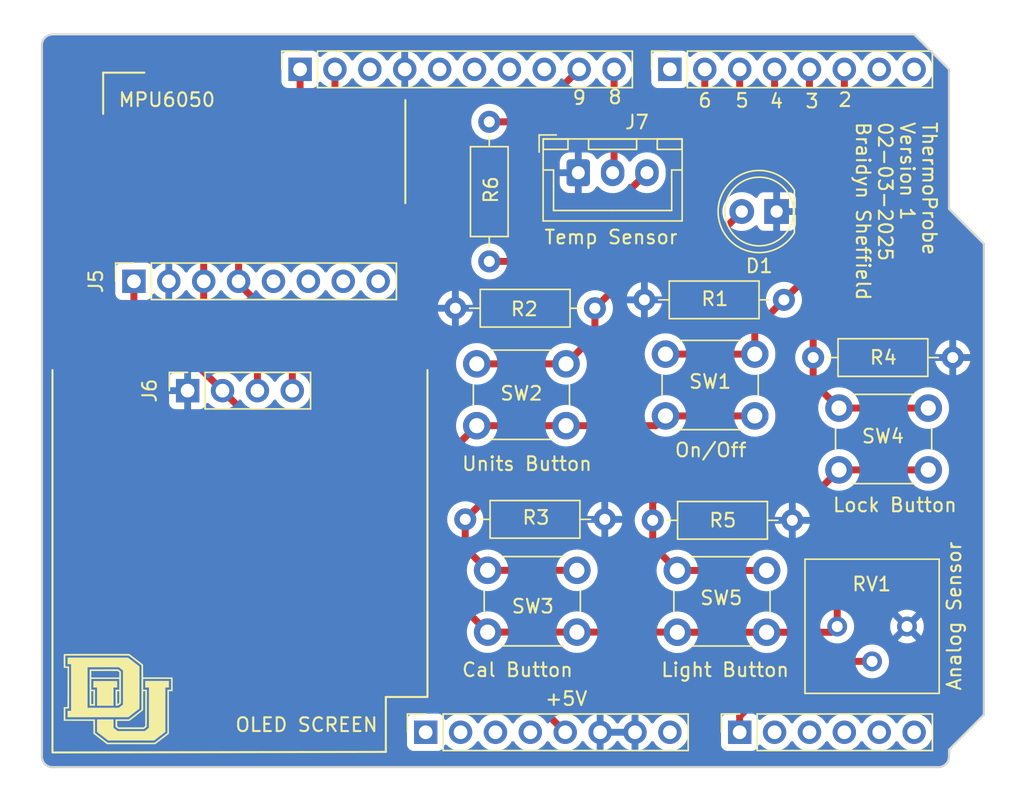
<source format=kicad_pcb>
(kicad_pcb (version 20240108) (generator "pcbnew") (generator_version "8.0")
  (title_block (date "mar. 31 mars 2015"))
  (layers (0 "F.Cu" signal) (31 "B.Cu" power) (34 "B.Paste" user) (35 "F.Paste" user) (36 "B.SilkS" user "B.Silkscreen") (37 "F.SilkS" user "F.Silkscreen") (38 "B.Mask" user) (39 "F.Mask" user) (44 "Edge.Cuts" user))
  (net 0 "")
  (net 1 "GND")
  (net 3 "+5V")
  (net 8 "+3V3")
  (net 9 "VCC")
  (net 10 "/I2C_SCL")
  (net 11 "/I2C_SDA")
  (net 16 "/button_onoff")
  (net 17 "/button_lock")
  (net 18 "/button_light")
  (net 19 "/button_units")
  (net 20 "/button_cal")
  (net 21 "Net-(D1-A)")
  (net 22 "/led_light")
  (net 23 "/temp_sensor")
  (net 24 "/temp_digital")
  (footprint "Connector_PinSocket_2.54mm:PinSocket_1x08_P2.54mm_Vertical" (layer "F.Cu") (at 127.94 97.46 90)
    (property "Reference" "J1" (hide yes))
    (property "Value" "Power")
    (fp_line (start 1.33 -1.33) (end 1.33 0) (stroke (width 0.12)) (layer "F.SilkS"))
    (fp_line (start 0 -1.33) (end 1.33 -1.33) (stroke (width 0.12)) (layer "F.SilkS"))
    (fp_line (start 1.33 1.27) (end 1.33 19.11) (stroke (width 0.12)) (layer "F.SilkS"))
    (fp_line (start -1.33 1.27) (end 1.33 1.27) (stroke (width 0.12)) (layer "F.SilkS"))
    (fp_line (start -1.33 1.27) (end -1.33 19.11) (stroke (width 0.12)) (layer "F.SilkS"))
    (fp_line (start -1.33 19.11) (end 1.33 19.11) (stroke (width 0.12)) (layer "F.SilkS"))
    (pad "1" thru_hole rect (at 0 0 90) (size 1.7 1.7) (drill 1) (layers "*.Cu" "*.Mask"))
    (pad "2" thru_hole oval (at 0 2.54 90) (size 1.7 1.7) (drill 1) (layers "*.Cu" "*.Mask"))
    (pad "3" thru_hole oval (at 0 5.08 90) (size 1.7 1.7) (drill 1) (layers "*.Cu" "*.Mask"))
    (pad "4" thru_hole oval (at 0 7.62 90) (size 1.7 1.7) (drill 1) (layers "*.Cu" "*.Mask") (net 8 "+3V3"))
    (pad "5" thru_hole oval (at 0 10.16 90) (size 1.7 1.7) (drill 1) (layers "*.Cu" "*.Mask") (net 3 "+5V"))
    (pad "6" thru_hole oval (at 0 12.7 90) (size 1.7 1.7) (drill 1) (layers "*.Cu" "*.Mask") (net 1 "GND"))
    (pad "7" thru_hole oval (at 0 15.24 90) (size 1.7 1.7) (drill 1) (layers "*.Cu" "*.Mask") (net 1 "GND"))
    (pad "8" thru_hole oval (at 0 17.78 90) (size 1.7 1.7) (drill 1) (layers "*.Cu" "*.Mask") (net 9 "VCC"))
  )
  (footprint "Connector_PinSocket_2.54mm:PinSocket_1x06_P2.54mm_Vertical" (layer "F.Cu") (at 150.8 97.46 90)
    (property "Reference" "J3" (hide yes))
    (property "Value" "Analog")
    (fp_line (start 1.33 -1.33) (end 1.33 0) (stroke (width 0.12)) (layer "F.SilkS"))
    (fp_line (start 0 -1.33) (end 1.33 -1.33) (stroke (width 0.12)) (layer "F.SilkS"))
    (fp_line (start 1.33 1.27) (end 1.33 14.03) (stroke (width 0.12)) (layer "F.SilkS"))
    (fp_line (start -1.33 1.27) (end 1.33 1.27) (stroke (width 0.12)) (layer "F.SilkS"))
    (fp_line (start -1.33 1.27) (end -1.33 14.03) (stroke (width 0.12)) (layer "F.SilkS"))
    (fp_line (start -1.33 14.03) (end 1.33 14.03) (stroke (width 0.12)) (layer "F.SilkS"))
    (pad "1" thru_hole rect (at 0 0 90) (size 1.7 1.7) (drill 1) (layers "*.Cu" "*.Mask") (net 23 "/temp_sensor"))
    (pad "2" thru_hole oval (at 0 2.54 90) (size 1.7 1.7) (drill 1) (layers "*.Cu" "*.Mask"))
    (pad "3" thru_hole oval (at 0 5.08 90) (size 1.7 1.7) (drill 1) (layers "*.Cu" "*.Mask"))
    (pad "4" thru_hole oval (at 0 7.62 90) (size 1.7 1.7) (drill 1) (layers "*.Cu" "*.Mask"))
    (pad "5" thru_hole oval (at 0 10.16 90) (size 1.7 1.7) (drill 1) (layers "*.Cu" "*.Mask"))
    (pad "6" thru_hole oval (at 0 12.7 90) (size 1.7 1.7) (drill 1) (layers "*.Cu" "*.Mask"))
  )
  (footprint "Connector_PinSocket_2.54mm:PinSocket_1x10_P2.54mm_Vertical" (layer "F.Cu") (at 118.796 49.2 90)
    (property "Reference" "J2" (hide yes))
    (property "Value" "Digital/PWM")
    (fp_line (start 1.33 -1.33) (end 1.33 0) (stroke (width 0.12)) (layer "F.SilkS"))
    (fp_line (start 0 -1.33) (end 1.33 -1.33) (stroke (width 0.12)) (layer "F.SilkS"))
    (fp_line (start 1.33 1.27) (end 1.33 24.19) (stroke (width 0.12)) (layer "F.SilkS"))
    (fp_line (start -1.33 1.27) (end 1.33 1.27) (stroke (width 0.12)) (layer "F.SilkS"))
    (fp_line (start -1.33 1.27) (end -1.33 24.19) (stroke (width 0.12)) (layer "F.SilkS"))
    (fp_line (start -1.33 24.19) (end 1.33 24.19) (stroke (width 0.12)) (layer "F.SilkS"))
    (pad "1" thru_hole rect (at 0 0 90) (size 1.7 1.7) (drill 1) (layers "*.Cu" "*.Mask") (net 10 "/I2C_SCL"))
    (pad "2" thru_hole oval (at 0 2.54 90) (size 1.7 1.7) (drill 1) (layers "*.Cu" "*.Mask") (net 11 "/I2C_SDA"))
    (pad "3" thru_hole oval (at 0 5.08 90) (size 1.7 1.7) (drill 1) (layers "*.Cu" "*.Mask"))
    (pad "4" thru_hole oval (at 0 7.62 90) (size 1.7 1.7) (drill 1) (layers "*.Cu" "*.Mask") (net 1 "GND"))
    (pad "5" thru_hole oval (at 0 10.16 90) (size 1.7 1.7) (drill 1) (layers "*.Cu" "*.Mask"))
    (pad "6" thru_hole oval (at 0 12.7 90) (size 1.7 1.7) (drill 1) (layers "*.Cu" "*.Mask"))
    (pad "7" thru_hole oval (at 0 15.24 90) (size 1.7 1.7) (drill 1) (layers "*.Cu" "*.Mask"))
    (pad "8" thru_hole oval (at 0 17.78 90) (size 1.7 1.7) (drill 1) (layers "*.Cu" "*.Mask"))
    (pad "9" thru_hole oval (at 0 20.32 90) (size 1.7 1.7) (drill 1) (layers "*.Cu" "*.Mask") (net 22 "/led_light"))
    (pad "10" thru_hole oval (at 0 22.86 90) (size 1.7 1.7) (drill 1) (layers "*.Cu" "*.Mask") (net 24 "/temp_digital"))
  )
  (footprint "Connector_PinSocket_2.54mm:PinSocket_1x08_P2.54mm_Vertical" (layer "F.Cu") (at 145.72 49.2 90)
    (property "Reference" "J4" (hide yes))
    (property "Value" "Digital/PWM")
    (fp_line (start 1.33 -1.33) (end 1.33 0) (stroke (width 0.12)) (layer "F.SilkS"))
    (fp_line (start 0 -1.33) (end 1.33 -1.33) (stroke (width 0.12)) (layer "F.SilkS"))
    (fp_line (start 1.33 1.27) (end 1.33 19.11) (stroke (width 0.12)) (layer "F.SilkS"))
    (fp_line (start -1.33 1.27) (end 1.33 1.27) (stroke (width 0.12)) (layer "F.SilkS"))
    (fp_line (start -1.33 1.27) (end -1.33 19.11) (stroke (width 0.12)) (layer "F.SilkS"))
    (fp_line (start -1.33 19.11) (end 1.33 19.11) (stroke (width 0.12)) (layer "F.SilkS"))
    (pad "1" thru_hole rect (at 0 0 90) (size 1.7 1.7) (drill 1) (layers "*.Cu" "*.Mask"))
    (pad "2" thru_hole oval (at 0 2.54 90) (size 1.7 1.7) (drill 1) (layers "*.Cu" "*.Mask") (net 19 "/button_units"))
    (pad "3" thru_hole oval (at 0 5.08 90) (size 1.7 1.7) (drill 1) (layers "*.Cu" "*.Mask") (net 16 "/button_onoff"))
    (pad "4" thru_hole oval (at 0 7.62 90) (size 1.7 1.7) (drill 1) (layers "*.Cu" "*.Mask") (net 20 "/button_cal"))
    (pad "5" thru_hole oval (at 0 10.16 90) (size 1.7 1.7) (drill 1) (layers "*.Cu" "*.Mask") (net 17 "/button_lock"))
    (pad "6" thru_hole oval (at 0 12.7 90) (size 1.7 1.7) (drill 1) (layers "*.Cu" "*.Mask") (net 18 "/button_light"))
    (pad "7" thru_hole oval (at 0 15.24 90) (size 1.7 1.7) (drill 1) (layers "*.Cu" "*.Mask"))
    (pad "8" thru_hole oval (at 0 17.78 90) (size 1.7 1.7) (drill 1) (layers "*.Cu" "*.Mask"))
  )
  (footprint "Button_Switch_THT:SW_PUSH_6mm" (layer "F.Cu") (at 145.4 69.93)
    (property "Reference" "SW1" (at 3.25 2 0) (layer "F.SilkS"))
    (property "Value" "SW_SPST")
    (fp_line (start -0.25 1.5) (end -0.25 3) (stroke (width 0.12)) (layer "F.SilkS"))
    (fp_line (start 1 5.5) (end 5.5 5.5) (stroke (width 0.12)) (layer "F.SilkS"))
    (fp_line (start 5.5 -1) (end 1 -1) (stroke (width 0.12)) (layer "F.SilkS"))
    (fp_line (start 6.75 3) (end 6.75 1.5) (stroke (width 0.12)) (layer "F.SilkS"))
    (pad "1" thru_hole circle (at 0 0 90) (size 2 2) (drill 1.1) (layers "*.Cu" "*.Mask") (net 16 "/button_onoff"))
    (pad "1" thru_hole circle (at 6.5 0 90) (size 2 2) (drill 1.1) (layers "*.Cu" "*.Mask") (net 16 "/button_onoff"))
    (pad "2" thru_hole circle (at 0 4.5 90) (size 2 2) (drill 1.1) (layers "*.Cu" "*.Mask") (net 3 "+5V"))
    (pad "2" thru_hole circle (at 6.5 4.5 90) (size 2 2) (drill 1.1) (layers "*.Cu" "*.Mask") (net 3 "+5V"))
  )
  (footprint "Button_Switch_THT:SW_PUSH_6mm" (layer "F.Cu") (at 146.26 85.68)
    (property "Reference" "SW5" (at 3.2 2 0) (layer "F.SilkS"))
    (property "Value" "SW_SPST")
    (fp_line (start -0.25 1.5) (end -0.25 3) (stroke (width 0.12)) (layer "F.SilkS"))
    (fp_line (start 1 5.5) (end 5.5 5.5) (stroke (width 0.12)) (layer "F.SilkS"))
    (fp_line (start 5.5 -1) (end 1 -1) (stroke (width 0.12)) (layer "F.SilkS"))
    (fp_line (start 6.75 3) (end 6.75 1.5) (stroke (width 0.12)) (layer "F.SilkS"))
    (pad "1" thru_hole circle (at 0 0 90) (size 2 2) (drill 1.1) (layers "*.Cu" "*.Mask") (net 18 "/button_light"))
    (pad "1" thru_hole circle (at 6.5 0 90) (size 2 2) (drill 1.1) (layers "*.Cu" "*.Mask") (net 18 "/button_light"))
    (pad "2" thru_hole circle (at 0 4.5 90) (size 2 2) (drill 1.1) (layers "*.Cu" "*.Mask") (net 3 "+5V"))
    (pad "2" thru_hole circle (at 6.5 4.5 90) (size 2 2) (drill 1.1) (layers "*.Cu" "*.Mask") (net 3 "+5V"))
  )
  (footprint "Resistor_THT:R_Axial_DIN0207_L6.3mm_D2.5mm_P10.16mm_Horizontal" (layer "F.Cu") (at 132.57 53.02 -90)
    (property "Reference" "R6" (at 4.95 -0.12 90) (layer "F.SilkS"))
    (property "Value" "1k")
    (fp_line (start 1.81 1.37) (end 8.35 1.37) (stroke (width 0.12)) (layer "F.SilkS"))
    (fp_line (start 8.35 1.37) (end 8.35 -1.37) (stroke (width 0.12)) (layer "F.SilkS"))
    (fp_line (start 1.04 0) (end 1.81 0) (stroke (width 0.12)) (layer "F.SilkS"))
    (fp_line (start 9.12 0) (end 8.35 0) (stroke (width 0.12)) (layer "F.SilkS"))
    (fp_line (start 1.81 -1.37) (end 1.81 1.37) (stroke (width 0.12)) (layer "F.SilkS"))
    (fp_line (start 8.35 -1.37) (end 1.81 -1.37) (stroke (width 0.12)) (layer "F.SilkS"))
    (pad "1" thru_hole circle (at 0 0 270) (size 1.6 1.6) (drill 0.8) (layers "*.Cu" "*.Mask") (net 22 "/led_light"))
    (pad "2" thru_hole oval (at 10.16 0 270) (size 1.6 1.6) (drill 0.8) (layers "*.Cu" "*.Mask") (net 21 "Net-(D1-A)"))
  )
  (footprint "Potentiometer_THT:Potentiometer_Bourns_3386P_Vertical" (layer "F.Cu") (at 157.9 89.76 -90)
    (property "Reference" "RV1" (at -3.085 -2.51 180) (layer "F.SilkS"))
    (property "Value" "10k")
    (fp_line (start -4.9 2.345) (end 4.87 2.345) (stroke (width 0.12)) (layer "F.SilkS"))
    (fp_line (start -4.9 -7.425) (end -4.9 2.345) (stroke (width 0.12)) (layer "F.SilkS"))
    (fp_line (start -4.9 -7.425) (end 4.87 -7.425) (stroke (width 0.12)) (layer "F.SilkS"))
    (fp_line (start 4.87 -7.425) (end 4.87 2.345) (stroke (width 0.12)) (layer "F.SilkS"))
    (pad "1" thru_hole circle (at 0 0 270) (size 1.44 1.44) (drill 0.8) (layers "*.Cu" "*.Mask") (net 3 "+5V"))
    (pad "2" thru_hole circle (at 2.54 -2.54 270) (size 1.44 1.44) (drill 0.8) (layers "*.Cu" "*.Mask") (net 23 "/temp_sensor"))
    (pad "3" thru_hole circle (at 0 -5.08 270) (size 1.44 1.44) (drill 0.8) (layers "*.Cu" "*.Mask") (net 1 "GND"))
  )
  (footprint "Connector_PinSocket_2.54mm:PinSocket_1x04_P2.54mm_Vertical" (layer "F.Cu") (at 110.61 72.59 90)
    (property "Reference" "J6" (at 0 -2.77 90) (layer "F.SilkS"))
    (property "Value" "CONN_DISPLAY")
    (fp_line (start 1.33 -1.33) (end 1.33 0) (stroke (width 0.12)) (layer "F.SilkS"))
    (fp_line (start 0 -1.33) (end 1.33 -1.33) (stroke (width 0.12)) (layer "F.SilkS"))
    (fp_line (start 1.33 1.27) (end 1.33 8.95) (stroke (width 0.12)) (layer "F.SilkS"))
    (fp_line (start -1.33 1.27) (end 1.33 1.27) (stroke (width 0.12)) (layer "F.SilkS"))
    (fp_line (start -1.33 1.27) (end -1.33 8.95) (stroke (width 0.12)) (layer "F.SilkS"))
    (fp_line (start -1.33 8.95) (end 1.33 8.95) (stroke (width 0.12)) (layer "F.SilkS"))
    (pad "1" thru_hole rect (at 0 0 90) (size 1.7 1.7) (drill 1) (layers "*.Cu" "*.Mask") (net 1 "GND"))
    (pad "2" thru_hole oval (at 0 2.54 90) (size 1.7 1.7) (drill 1) (layers "*.Cu" "*.Mask") (net 3 "+5V"))
    (pad "3" thru_hole oval (at 0 5.08 90) (size 1.7 1.7) (drill 1) (layers "*.Cu" "*.Mask") (net 10 "/I2C_SCL"))
    (pad "4" thru_hole oval (at 0 7.62 90) (size 1.7 1.7) (drill 1) (layers "*.Cu" "*.Mask") (net 11 "/I2C_SDA"))
  )
  (footprint "Button_Switch_THT:SW_PUSH_6mm" (layer "F.Cu") (at 131.66 70.64)
    (property "Reference" "SW2" (at 3.25 2.15 0) (layer "F.SilkS"))
    (property "Value" "SW_SPST")
    (fp_line (start -0.25 1.5) (end -0.25 3) (stroke (width 0.12)) (layer "F.SilkS"))
    (fp_line (start 1 5.5) (end 5.5 5.5) (stroke (width 0.12)) (layer "F.SilkS"))
    (fp_line (start 5.5 -1) (end 1 -1) (stroke (width 0.12)) (layer "F.SilkS"))
    (fp_line (start 6.75 3) (end 6.75 1.5) (stroke (width 0.12)) (layer "F.SilkS"))
    (pad "1" thru_hole circle (at 0 0 90) (size 2 2) (drill 1.1) (layers "*.Cu" "*.Mask") (net 19 "/button_units"))
    (pad "1" thru_hole circle (at 6.5 0 90) (size 2 2) (drill 1.1) (layers "*.Cu" "*.Mask") (net 19 "/button_units"))
    (pad "2" thru_hole circle (at 0 4.5 90) (size 2 2) (drill 1.1) (layers "*.Cu" "*.Mask") (net 3 "+5V"))
    (pad "2" thru_hole circle (at 6.5 4.5 90) (size 2 2) (drill 1.1) (layers "*.Cu" "*.Mask") (net 3 "+5V"))
  )
  (footprint "Connector_PinSocket_2.54mm:PinSocket_1x08_P2.54mm_Vertical" (layer "F.Cu") (at 106.7 64.63 90)
    (property "Reference" "J5" (at 0 -2.77 90) (layer "F.SilkS"))
    (property "Value" "CONN_GYRO")
    (fp_line (start 1.33 -1.33) (end 1.33 0) (stroke (width 0.12)) (layer "F.SilkS"))
    (fp_line (start 0 -1.33) (end 1.33 -1.33) (stroke (width 0.12)) (layer "F.SilkS"))
    (fp_line (start 1.33 1.27) (end 1.33 19.11) (stroke (width 0.12)) (layer "F.SilkS"))
    (fp_line (start -1.33 1.27) (end 1.33 1.27) (stroke (width 0.12)) (layer "F.SilkS"))
    (fp_line (start -1.33 1.27) (end -1.33 19.11) (stroke (width 0.12)) (layer "F.SilkS"))
    (fp_line (start -1.33 19.11) (end 1.33 19.11) (stroke (width 0.12)) (layer "F.SilkS"))
    (pad "1" thru_hole rect (at 0 0 90) (size 1.7 1.7) (drill 1) (layers "*.Cu" "*.Mask") (net 3 "+5V"))
    (pad "2" thru_hole oval (at 0 2.54 90) (size 1.7 1.7) (drill 1) (layers "*.Cu" "*.Mask") (net 1 "GND"))
    (pad "3" thru_hole oval (at 0 5.08 90) (size 1.7 1.7) (drill 1) (layers "*.Cu" "*.Mask") (net 10 "/I2C_SCL"))
    (pad "4" thru_hole oval (at 0 7.62 90) (size 1.7 1.7) (drill 1) (layers "*.Cu" "*.Mask") (net 11 "/I2C_SDA"))
    (pad "5" thru_hole oval (at 0 10.16 90) (size 1.7 1.7) (drill 1) (layers "*.Cu" "*.Mask"))
    (pad "6" thru_hole oval (at 0 12.7 90) (size 1.7 1.7) (drill 1) (layers "*.Cu" "*.Mask"))
    (pad "7" thru_hole oval (at 0 15.24 90) (size 1.7 1.7) (drill 1) (layers "*.Cu" "*.Mask"))
    (pad "8" thru_hole oval (at 0 17.78 90) (size 1.7 1.7) (drill 1) (layers "*.Cu" "*.Mask"))
  )
  (footprint "Button_Switch_THT:SW_PUSH_6mm" (layer "F.Cu") (at 132.45 85.67)
    (property "Reference" "SW3" (at 3.29 2.62 0) (layer "F.SilkS"))
    (property "Value" "SW_SPST")
    (fp_line (start -0.25 1.5) (end -0.25 3) (stroke (width 0.12)) (layer "F.SilkS"))
    (fp_line (start 1 5.5) (end 5.5 5.5) (stroke (width 0.12)) (layer "F.SilkS"))
    (fp_line (start 5.5 -1) (end 1 -1) (stroke (width 0.12)) (layer "F.SilkS"))
    (fp_line (start 6.75 3) (end 6.75 1.5) (stroke (width 0.12)) (layer "F.SilkS"))
    (pad "1" thru_hole circle (at 0 0 90) (size 2 2) (drill 1.1) (layers "*.Cu" "*.Mask") (net 20 "/button_cal"))
    (pad "1" thru_hole circle (at 6.5 0 90) (size 2 2) (drill 1.1) (layers "*.Cu" "*.Mask") (net 20 "/button_cal"))
    (pad "2" thru_hole circle (at 0 4.5 90) (size 2 2) (drill 1.1) (layers "*.Cu" "*.Mask") (net 3 "+5V"))
    (pad "2" thru_hole circle (at 6.5 4.5 90) (size 2 2) (drill 1.1) (layers "*.Cu" "*.Mask") (net 3 "+5V"))
  )
  (footprint "Connector_JST:JST_XH_B3B-XH-A_1x03_P2.50mm_Vertical" (layer "F.Cu") (at 139.05 56.725)
    (property "Reference" "J7" (at 4.27 -3.68 0) (layer "F.SilkS"))
    (property "Value" "CONN_TEMP")
    (fp_line (start -2.85 -2.75) (end -2.85 -1.5) (stroke (width 0.12)) (layer "F.SilkS"))
    (fp_line (start -2.56 -2.46) (end -2.56 3.51) (stroke (width 0.12)) (layer "F.SilkS"))
    (fp_line (start -2.56 3.51) (end 7.56 3.51) (stroke (width 0.12)) (layer "F.SilkS"))
    (fp_line (start -2.55 -2.45) (end -2.55 -1.7) (stroke (width 0.12)) (layer "F.SilkS"))
    (fp_line (start -2.55 -1.7) (end -0.75 -1.7) (stroke (width 0.12)) (layer "F.SilkS"))
    (fp_line (start -2.55 -0.2) (end -1.8 -0.2) (stroke (width 0.12)) (layer "F.SilkS"))
    (fp_line (start -1.8 -0.2) (end -1.8 2.75) (stroke (width 0.12)) (layer "F.SilkS"))
    (fp_line (start -1.8 2.75) (end 2.5 2.75) (stroke (width 0.12)) (layer "F.SilkS"))
    (fp_line (start -1.6 -2.75) (end -2.85 -2.75) (stroke (width 0.12)) (layer "F.SilkS"))
    (fp_line (start -0.75 -2.45) (end -2.55 -2.45) (stroke (width 0.12)) (layer "F.SilkS"))
    (fp_line (start -0.75 -1.7) (end -0.75 -2.45) (stroke (width 0.12)) (layer "F.SilkS"))
    (fp_line (start 0.75 -2.45) (end 0.75 -1.7) (stroke (width 0.12)) (layer "F.SilkS"))
    (fp_line (start 0.75 -1.7) (end 4.25 -1.7) (stroke (width 0.12)) (layer "F.SilkS"))
    (fp_line (start 4.25 -2.45) (end 0.75 -2.45) (stroke (width 0.12)) (layer "F.SilkS"))
    (fp_line (start 4.25 -1.7) (end 4.25 -2.45) (stroke (width 0.12)) (layer "F.SilkS"))
    (fp_line (start 5.75 -2.45) (end 5.75 -1.7) (stroke (width 0.12)) (layer "F.SilkS"))
    (fp_line (start 5.75 -1.7) (end 7.55 -1.7) (stroke (width 0.12)) (layer "F.SilkS"))
    (fp_line (start 6.8 -0.2) (end 6.8 2.75) (stroke (width 0.12)) (layer "F.SilkS"))
    (fp_line (start 6.8 2.75) (end 2.5 2.75) (stroke (width 0.12)) (layer "F.SilkS"))
    (fp_line (start 7.55 -2.45) (end 5.75 -2.45) (stroke (width 0.12)) (layer "F.SilkS"))
    (fp_line (start 7.55 -1.7) (end 7.55 -2.45) (stroke (width 0.12)) (layer "F.SilkS"))
    (fp_line (start 7.55 -0.2) (end 6.8 -0.2) (stroke (width 0.12)) (layer "F.SilkS"))
    (fp_line (start 7.56 -2.46) (end -2.56 -2.46) (stroke (width 0.12)) (layer "F.SilkS"))
    (fp_line (start 7.56 3.51) (end 7.56 -2.46) (stroke (width 0.12)) (layer "F.SilkS"))
    (pad "1" thru_hole roundrect (at 0 0) (size 1.7 1.95) (drill 0.95) (layers "*.Cu" "*.Mask") (roundrect_rratio 0.147059) (net 1 "GND"))
    (pad "2" thru_hole oval (at 2.5 0) (size 1.7 1.95) (drill 0.95) (layers "*.Cu" "*.Mask") (net 24 "/temp_digital"))
    (pad "3" thru_hole oval (at 5 0) (size 1.7 1.95) (drill 0.95) (layers "*.Cu" "*.Mask") (net 3 "+5V"))
  )
  (footprint "LOGO" (layer "F.Cu") (at 105.55 95.05)
    (property "Reference" "G***" (hide yes))
    (property "Value" "LOGO" (hide yes))
    (fp_poly (pts (xy -0.067594 -1.084342) (xy -0.063165 -0.848267) (xy -0.199635 -0.848267) (xy -0.336106 -0.848267) (xy -0.336106 -0.184058) (xy -0.336106 0.480151) (xy -0.936295 0.480151) (xy -1.536484 0.480151) (xy -1.536484 -0.184058) (xy -1.536484 -0.848267) (xy -1.672955 -0.848267) (xy -1.809426 -0.848267) (xy -1.804996 -1.084342) (xy -1.800567 -1.320416) (xy -0.936295 -1.320416) (xy -0.072023 -1.320416)) (fill solid) (layer "F.SilkS"))
    (fp_poly (pts (xy 3.697164 -1.088343) (xy 3.697164 -0.848267) (xy 3.569124 -0.848267) (xy 3.441084 -0.848267) (xy 3.441084 0.76624) (xy 3.441084 2.380748) (xy 3.03212 2.694848) (xy 2.623156 3.008947) (xy 0.947463 3.008071) (xy -0.72823 3.007194) (xy -1.132357 2.695343) (xy -1.536484 2.383491) (xy -1.536484 1.927977) (xy -1.536484 1.472464) (xy -0.936295 1.472464) (xy -0.336106 1.472464) (xy -0.335968 1.780561) (xy -0.33583 2.088658) (xy -0.184225 2.204694) (xy -0.032619 2.320731) (xy 0.949444 2.320731) (xy 1.931507 2.320731) (xy 2.085276 2.204694) (xy 2.239044 2.088658) (xy 2.239875 0.620195) (xy 2.240705 -0.848267) (xy 2.104663 -0.848267) (xy 1.96862 -0.848267) (xy 1.96862 -1.088343) (xy 1.96862 -1.328419) (xy 2.832892 -1.328419) (xy 3.697164 -1.328419)) (fill solid) (layer "F.SilkS"))
    (fp_poly (pts (xy 0.93062 -2.86222) (xy 1.024078 -2.790871) (xy 1.129595 -2.710005) (xy 1.235508 -2.628577) (xy 1.330154 -2.555543) (xy 1.348424 -2.541399) (xy 1.552489 -2.38331) (xy 1.552489 -0.848159) (xy 1.552489 0.686991) (xy 1.14536 0.999702) (xy 0.738232 1.312413) (xy -1.471464 1.312413) (xy -3.68116 1.312413) (xy -3.68116 1.08034) (xy -3.68116 0.848267) (xy -3.553119 0.848267) (xy -3.425079 0.848267) (xy -3.425079 -0.848267) (xy -2.224701 -0.848267) (xy -2.224701 0.624196) (xy -1.088039 0.624196) (xy 0.048624 0.624196) (xy 0.200229 0.50816) (xy 0.351834 0.392123) (xy 0.351942 -0.848267) (xy 0.352049 -2.088658) (xy 0.201018 -2.204695) (xy 0.049987 -2.320731) (xy -1.087357 -2.320731) (xy -2.224701 -2.320731) (xy -2.224701 -0.848267) (xy -3.425079 -0.848267) (xy -3.425079 -2.544802) (xy -3.553119 -2.544802) (xy -3.68116 -2.544802) (xy -3.68116 -2.784877) (xy -3.68116 -3.024953) (xy -1.48214 -3.024953) (xy 0.716879 -3.024953)) (fill solid) (layer "F.SilkS"))
    (fp_poly (pts (xy 0.097914 -2.095264) (xy 0.208065 -2.013605) (xy 0.208065 -0.84989) (xy 0.208065 0.313825) (xy 0.097507 0.397876) (xy 0.042638 0.438621) (xy 0.003685 0.463154) (xy -0.028499 0.475167) (xy -0.063065 0.478356) (xy -0.098554 0.477037) (xy -0.184058 0.472148) (xy -0.187275 0.027808) (xy -0.064068 0.027808) (xy -0.063763 0.136778) (xy -0.062434 0.219437) (xy -0.05941 0.278633) (xy -0.054017 0.317213) (xy -0.045586 0.338027) (xy -0.033444 0.343923) (xy -0.016919 0.337749) (xy 0.00466 0.322354) (xy 0.031965 0.300585) (xy 0.032733 0.299979) (xy 0.078254 0.264083) (xy 0.079139 -0.156049) (xy 0.080025 -0.576182) (xy 0.008002 -0.576182) (xy -0.06402 -0.576182) (xy -0.06402 -0.110323) (xy -0.064068 0.027808) (xy -0.187275 0.027808) (xy -0.188259 -0.108034) (xy -0.19246 -0.688217) (xy -0.056218 -0.688217) (xy 0.080025 -0.688217) (xy 0.080025 -1.080341) (xy 0.080025 -1.472464) (xy -0.936295 -1.472464) (xy -1.952615 -1.472464) (xy -1.952615 -1.080341) (xy -1.952615 -0.688217) (xy -1.816572 -0.688217) (xy -1.68053 -0.688217) (xy -1.68053 -0.104033) (xy -1.68053 0.480151) (xy -1.873092 0.480151) (xy -1.962912 0.479044) (xy -2.024058 0.475505) (xy -2.059799 0.469208) (xy -2.073289 0.460145) (xy -2.074418 0.441391) (xy -2.075398 0.39305) (xy -2.076222 0.317544) (xy -2.076883 0.217295) (xy -2.077375 0.094725) (xy -2.077691 -0.047743) (xy -2.077745 -0.112036) (xy -1.952615 -0.112036) (xy -1.952615 0.352111) (xy -1.880593 0.352111) (xy -1.80857 0.352111) (xy -1.80857 -0.112036) (xy -1.80857 -0.576182) (xy -1.880593 -0.576182) (xy -1.952615 -0.576182) (xy -1.952615 -0.112036) (xy -2.077745 -0.112036) (xy -2.077825 -0.207688) (xy -2.077771 -0.382686) (xy -2.077521 -0.570315) (xy -2.077071 -0.768154) (xy -2.076787 -0.864272) (xy -2.073769 -1.816572) (xy -1.952615 -1.816572) (xy -1.952615 -1.584499) (xy -0.936295 -1.584499) (xy 0.080025 -1.584499) (xy 0.080025 -1.774383) (xy 0.080025 -1.964267) (xy 0.019146 -2.006456) (xy -0.041733 -2.048646) (xy -0.997174 -2.048646) (xy -1.952615 -2.048646) (xy -1.952615 -1.816572) (xy -2.073769 -1.816572) (xy -2.072653 -2.168683) (xy -1.042445 -2.172803) (xy -0.012237 -2.176922)) (fill solid) (layer "F.SilkS"))
    (fp_poly (pts (xy -1.562533 -3.296573) (xy 0.808254 -3.296108) (xy 1.312413 -2.908173) (xy 1.816572 -2.520237) (xy 1.819858 -2.056369) (xy 1.823143 -1.592502) (xy 2.896197 -1.588388) (xy 3.96925 -1.584274) (xy 3.96925 -1.080228) (xy 3.96925 -0.576182) (xy 3.833207 -0.576182) (xy 3.697164 -0.576182) (xy 3.697164 0.973456) (xy 3.697164 2.523095) (xy 3.202048 2.902064) (xy 2.706931 3.281033) (xy 0.949338 3.280946) (xy -0.808255 3.280859) (xy -1.304411 2.899889) (xy -1.800567 2.518919) (xy -1.80481 2.051821) (xy -1.809053 1.584724) (xy -2.88515 1.58061) (xy -3.961248 1.576496) (xy -3.961248 1.08034) (xy -3.961248 0.584184) (xy -3.825205 0.576181) (xy -3.689162 0.568179) (xy -3.685075 -0.851644) (xy -3.680987 -2.271467) (xy -3.821117 -2.276093) (xy -3.961248 -2.280719) (xy -3.965487 -2.766946) (xy -3.965545 -2.776875) (xy -3.84121 -2.776875) (xy -3.84121 -2.384751) (xy -3.705167 -2.384751) (xy -3.569124 -2.384751) (xy -3.569124 -0.848267) (xy -3.569124 0.688217) (xy -3.705167 0.688217) (xy -3.84121 0.688217) (xy -3.84121 1.08034) (xy -3.84121 1.472464) (xy -2.76087 1.472464) (xy -1.68053 1.472464) (xy -1.68053 1.966976) (xy -1.68053 2.461488) (xy -1.220385 2.815029) (xy -0.76024 3.168569) (xy 0.949302 3.168784) (xy 2.658844 3.168998) (xy 3.121986 2.814197) (xy 3.585129 2.459396) (xy 3.585129 0.88559) (xy 3.585129 -0.688217) (xy 3.721172 -0.688217) (xy 3.857215 -0.688217) (xy 3.857215 -1.080341) (xy 3.857215 -1.472464) (xy 2.840895 -1.472464) (xy 1.824574 -1.472464) (xy 1.824574 -1.080341) (xy 1.824574 -0.688217) (xy 1.960617 -0.688217) (xy 2.09666 -0.688217) (xy 2.096415 0.652205) (xy 2.09624 0.856733) (xy 2.095806 1.052148) (xy 2.095134 1.23607) (xy 2.094245 1.406119) (xy 2.09316 1.559913) (xy 2.091899 1.695071) (xy 2.090485 1.809215) (xy 2.088938 1.899961) (xy 2.087279 1.964932) (xy 2.085529 2.001744) (xy 2.084411 2.009379) (xy 2.066671 2.026621) (xy 2.030467 2.056957) (xy 1.983019 2.094379) (xy 1.973837 2.101408) (xy 1.875021 2.176685) (xy 0.95087 2.176685) (xy 0.02672 2.176685) (xy -0.08267 2.093522) (xy -0.192061 2.01036) (xy -0.192061 1.741412) (xy -0.192061 1.584499) (xy -0.06402 1.584499) (xy -0.063437 1.772558) (xy -0.062854 1.960617) (xy -0.004842 2.004631) (xy 0.053169 2.048645) (xy 0.95123 2.048645) (xy 1.849291 2.048645) (xy 1.908955 1.999465) (xy 1.96862 1.950284) (xy 1.96862 0.687051) (xy 1.96862 -0.576182) (xy 1.896597 -0.576182) (xy 1.824574 -0.576182) (xy 1.824574 0.109245) (xy 1.824574 0.794672) (xy 1.788563 0.827954) (xy 1.767923 0.845232) (xy 1.72509 0.879703) (xy 1.663153 0.928928) (xy 1.585201 0.990469) (xy 1.494323 1.061886) (xy 1.39361 1.140739) (xy 1.288406 1.222834) (xy 0.824259 1.584432) (xy 0.380119 1.584465) (xy -0.06402 1.584499) (xy -0.192061 1.584499) (xy -0.192061 1.472464) (xy 0.292092 1.472249) (xy 0.776244 1.472035) (xy 1.236389 1.118495) (xy 1.696534 0.764954) (xy 1.696534 -0.84903) (xy 1.696534 -2.463013) (xy 1.23648 -2.816006) (xy 0.776425 -3.168998) (xy -1.532392 -3.168998) (xy -3.84121 -3.168998) (xy -3.84121 -2.776875) (xy -3.965545 -2.776875) (xy -3.966391 -2.921177) (xy -3.966109 -3.045184) (xy -3.964591 -3.140729) (xy -3.961789 -3.209579) (xy -3.957656 -3.253498) (xy -3.952141 -3.274251) (xy -3.951523 -3.275106) (xy -3.944953 -3.278143) (xy -3.929577 -3.280894) (xy -3.903977 -3.283372) (xy -3.866732 -3.285591) (xy -3.816421 -3.287562) (xy -3.751623 -3.289299) (xy -3.670919 -3.290815) (xy -3.572887 -3.292122) (xy -3.456108 -3.293232) (xy -3.31916 -3.29416) (xy -3.160624 -3.294917) (xy -2.979078 -3.295516) (xy -2.773102 -3.29597) (xy -2.541277 -3.296292) (xy -2.282181 -3.296494) (xy -1.994393 -3.29659) (xy -1.676494 -3.296592)) (fill solid) (layer "F.SilkS"))
  )
  (footprint "LED_THT:LED_D5.0mm" (layer "F.Cu") (at 153.49 59.55 180)
    (property "Reference" "D1" (at 1.27 -3.96 0) (layer "F.SilkS"))
    (property "Value" "LED")
    (fp_line (start -1.29 -1.545) (end -1.29 1.545) (stroke (width 0.12)) (layer "F.SilkS"))
    (fp_arc (start 4.26 0.000048) (mid 2.071756 2.880501) (end -1.29 1.54483) (stroke (width 0.12)) (layer "F.SilkS"))
    (fp_arc (start -1.29 -1.54483) (mid 2.071756 -2.880501) (end 4.26 -0.000048) (stroke (width 0.12)) (layer "F.SilkS"))
    (fp_circle (center 1.27 0) (end 3.77 0) (stroke (width 0.12)) (fill none) (layer "F.SilkS"))
    (pad "1" thru_hole rect (at 0 0 180) (size 1.8 1.8) (drill 0.9) (layers "*.Cu" "*.Mask") (net 1 "GND"))
    (pad "2" thru_hole circle (at 2.54 0 180) (size 1.8 1.8) (drill 0.9) (layers "*.Cu" "*.Mask") (net 21 "Net-(D1-A)"))
  )
  (footprint "Resistor_THT:R_Axial_DIN0207_L6.3mm_D2.5mm_P10.16mm_Horizontal" (layer "F.Cu") (at 130.82 81.96)
    (property "Reference" "R3" (at 5.15 -0.13 0) (layer "F.SilkS"))
    (property "Value" "100k")
    (fp_line (start 1.04 0) (end 1.81 0) (stroke (width 0.12)) (layer "F.SilkS"))
    (fp_line (start 1.81 -1.37) (end 1.81 1.37) (stroke (width 0.12)) (layer "F.SilkS"))
    (fp_line (start 1.81 1.37) (end 8.35 1.37) (stroke (width 0.12)) (layer "F.SilkS"))
    (fp_line (start 8.35 -1.37) (end 1.81 -1.37) (stroke (width 0.12)) (layer "F.SilkS"))
    (fp_line (start 8.35 1.37) (end 8.35 -1.37) (stroke (width 0.12)) (layer "F.SilkS"))
    (fp_line (start 9.12 0) (end 8.35 0) (stroke (width 0.12)) (layer "F.SilkS"))
    (pad "1" thru_hole circle (at 0 0) (size 1.6 1.6) (drill 0.8) (layers "*.Cu" "*.Mask") (net 20 "/button_cal"))
    (pad "2" thru_hole oval (at 10.16 0) (size 1.6 1.6) (drill 0.8) (layers "*.Cu" "*.Mask") (net 1 "GND"))
  )
  (footprint "Resistor_THT:R_Axial_DIN0207_L6.3mm_D2.5mm_P10.16mm_Horizontal" (layer "F.Cu") (at 140.26 66.59 180)
    (property "Reference" "R2" (at 5.14 -0.06 180) (layer "F.SilkS"))
    (property "Value" "100k")
    (fp_line (start 9.12 0) (end 8.35 0) (stroke (width 0.12)) (layer "F.SilkS"))
    (fp_line (start 8.35 1.37) (end 8.35 -1.37) (stroke (width 0.12)) (layer "F.SilkS"))
    (fp_line (start 8.35 -1.37) (end 1.81 -1.37) (stroke (width 0.12)) (layer "F.SilkS"))
    (fp_line (start 1.81 1.37) (end 8.35 1.37) (stroke (width 0.12)) (layer "F.SilkS"))
    (fp_line (start 1.81 -1.37) (end 1.81 1.37) (stroke (width 0.12)) (layer "F.SilkS"))
    (fp_line (start 1.04 0) (end 1.81 0) (stroke (width 0.12)) (layer "F.SilkS"))
    (pad "1" thru_hole circle (at 0 0 180) (size 1.6 1.6) (drill 0.8) (layers "*.Cu" "*.Mask") (net 19 "/button_units"))
    (pad "2" thru_hole oval (at 10.16 0 180) (size 1.6 1.6) (drill 0.8) (layers "*.Cu" "*.Mask") (net 1 "GND"))
  )
  (footprint "Button_Switch_THT:SW_PUSH_6mm" (layer "F.Cu") (at 158.03 73.86)
    (property "Reference" "SW4" (at 3.2 2.05 0) (layer "F.SilkS"))
    (property "Value" "SW_SPST")
    (fp_line (start -0.25 1.5) (end -0.25 3) (stroke (width 0.12)) (layer "F.SilkS"))
    (fp_line (start 1 5.5) (end 5.5 5.5) (stroke (width 0.12)) (layer "F.SilkS"))
    (fp_line (start 5.5 -1) (end 1 -1) (stroke (width 0.12)) (layer "F.SilkS"))
    (fp_line (start 6.75 3) (end 6.75 1.5) (stroke (width 0.12)) (layer "F.SilkS"))
    (pad "1" thru_hole circle (at 0 0 90) (size 2 2) (drill 1.1) (layers "*.Cu" "*.Mask") (net 17 "/button_lock"))
    (pad "1" thru_hole circle (at 6.5 0 90) (size 2 2) (drill 1.1) (layers "*.Cu" "*.Mask") (net 17 "/button_lock"))
    (pad "2" thru_hole circle (at 0 4.5 90) (size 2 2) (drill 1.1) (layers "*.Cu" "*.Mask") (net 3 "+5V"))
    (pad "2" thru_hole circle (at 6.5 4.5 90) (size 2 2) (drill 1.1) (layers "*.Cu" "*.Mask") (net 3 "+5V"))
  )
  (footprint "Resistor_THT:R_Axial_DIN0207_L6.3mm_D2.5mm_P10.16mm_Horizontal" (layer "F.Cu") (at 144.47 82.03)
    (property "Reference" "R5" (at 5.1 0 0) (layer "F.SilkS"))
    (property "Value" "100k")
    (fp_line (start 1.04 0) (end 1.81 0) (stroke (width 0.12)) (layer "F.SilkS"))
    (fp_line (start 1.81 -1.37) (end 1.81 1.37) (stroke (width 0.12)) (layer "F.SilkS"))
    (fp_line (start 1.81 1.37) (end 8.35 1.37) (stroke (width 0.12)) (layer "F.SilkS"))
    (fp_line (start 8.35 -1.37) (end 1.81 -1.37) (stroke (width 0.12)) (layer "F.SilkS"))
    (fp_line (start 8.35 1.37) (end 8.35 -1.37) (stroke (width 0.12)) (layer "F.SilkS"))
    (fp_line (start 9.12 0) (end 8.35 0) (stroke (width 0.12)) (layer "F.SilkS"))
    (pad "1" thru_hole circle (at 0 0) (size 1.6 1.6) (drill 0.8) (layers "*.Cu" "*.Mask") (net 18 "/button_light"))
    (pad "2" thru_hole oval (at 10.16 0) (size 1.6 1.6) (drill 0.8) (layers "*.Cu" "*.Mask") (net 1 "GND"))
  )
  (footprint "Resistor_THT:R_Axial_DIN0207_L6.3mm_D2.5mm_P10.16mm_Horizontal" (layer "F.Cu") (at 156.15 70.18)
    (property "Reference" "R4" (at 5.11 0 0) (layer "F.SilkS"))
    (property "Value" "100k")
    (fp_line (start 1.04 0) (end 1.81 0) (stroke (width 0.12)) (layer "F.SilkS"))
    (fp_line (start 1.81 -1.37) (end 1.81 1.37) (stroke (width 0.12)) (layer "F.SilkS"))
    (fp_line (start 1.81 1.37) (end 8.35 1.37) (stroke (width 0.12)) (layer "F.SilkS"))
    (fp_line (start 8.35 -1.37) (end 1.81 -1.37) (stroke (width 0.12)) (layer "F.SilkS"))
    (fp_line (start 8.35 1.37) (end 8.35 -1.37) (stroke (width 0.12)) (layer "F.SilkS"))
    (fp_line (start 9.12 0) (end 8.35 0) (stroke (width 0.12)) (layer "F.SilkS"))
    (pad "1" thru_hole circle (at 0 0) (size 1.6 1.6) (drill 0.8) (layers "*.Cu" "*.Mask") (net 17 "/button_lock"))
    (pad "2" thru_hole oval (at 10.16 0) (size 1.6 1.6) (drill 0.8) (layers "*.Cu" "*.Mask") (net 1 "GND"))
  )
  (footprint "Resistor_THT:R_Axial_DIN0207_L6.3mm_D2.5mm_P10.16mm_Horizontal" (layer "F.Cu") (at 154.02 65.98 180)
    (property "Reference" "R1" (at 5.03 0.07 180) (layer "F.SilkS"))
    (property "Value" "100k")
    (fp_line (start 9.12 0) (end 8.35 0) (stroke (width 0.12)) (layer "F.SilkS"))
    (fp_line (start 8.35 1.37) (end 8.35 -1.37) (stroke (width 0.12)) (layer "F.SilkS"))
    (fp_line (start 8.35 -1.37) (end 1.81 -1.37) (stroke (width 0.12)) (layer "F.SilkS"))
    (fp_line (start 1.81 1.37) (end 8.35 1.37) (stroke (width 0.12)) (layer "F.SilkS"))
    (fp_line (start 1.81 -1.37) (end 1.81 1.37) (stroke (width 0.12)) (layer "F.SilkS"))
    (fp_line (start 1.04 0) (end 1.81 0) (stroke (width 0.12)) (layer "F.SilkS"))
    (pad "1" thru_hole circle (at 0 0 180) (size 1.6 1.6) (drill 0.8) (layers "*.Cu" "*.Mask") (net 16 "/button_onoff"))
    (pad "2" thru_hole oval (at 10.16 0 180) (size 1.6 1.6) (drill 0.8) (layers "*.Cu" "*.Mask") (net 1 "GND"))
  )
  (gr_line (start 126.46 51.44) (end 126.46 58.94) (stroke (width 0.15)) (layer "F.SilkS"))
  (gr_line (start 128.07 94.89) (end 128.07 71.09) (stroke (width 0.15)) (layer "F.SilkS"))
  (gr_line (start 100.77 98.89) (end 100.77 71.09) (stroke (width 0.15)) (layer "F.SilkS"))
  (gr_line (start 104.46 49.44) (end 107.46 49.44) (stroke (width 0.15)) (layer "F.SilkS"))
  (gr_line (start 125.04 98.89) (end 100.769968 98.93) (stroke (width 0.15)) (layer "F.SilkS"))
  (gr_line (start 125.04 94.89) (end 125.04 98.89) (stroke (width 0.15)) (layer "F.SilkS"))
  (gr_line (start 104.46 49.44) (end 104.46 52.44) (stroke (width 0.15)) (layer "F.SilkS"))
  (gr_line (start 125.04 94.89) (end 128.04 94.89) (stroke (width 0.15)) (layer "F.SilkS"))
  (gr_line (start 166.04 59.36) (end 168.58 61.9) (stroke (width 0.15)) (layer "Edge.Cuts"))
  (gr_line (start 100 99.238) (end 100 47.422) (stroke (width 0.15)) (layer "Edge.Cuts"))
  (gr_line (start 168.58 61.9) (end 168.58 96.19) (stroke (width 0.15)) (layer "Edge.Cuts"))
  (gr_line (start 165.278 100) (end 100.762 100) (stroke (width 0.15)) (layer "Edge.Cuts"))
  (gr_line (start 100.762 46.66) (end 163.5 46.66) (stroke (width 0.15)) (layer "Edge.Cuts"))
  (gr_arc (start 100.762 100) (mid 100.223185 99.776815) (end 100 99.238) (stroke (width 0.15)) (layer "Edge.Cuts"))
  (gr_line (start 168.58 96.19) (end 166.04 98.73) (stroke (width 0.15)) (layer "Edge.Cuts"))
  (gr_line (start 163.5 46.66) (end 166.04 49.2) (stroke (width 0.15)) (layer "Edge.Cuts"))
  (gr_arc (start 166.04 99.238) (mid 165.816815 99.776815) (end 165.278 100) (stroke (width 0.15)) (layer "Edge.Cuts"))
  (gr_line (start 166.04 49.2) (end 166.04 59.36) (stroke (width 0.15)) (layer "Edge.Cuts"))
  (gr_line (start 166.04 98.73) (end 166.04 99.238) (stroke (width 0.15)) (layer "Edge.Cuts"))
  (gr_arc (start 100 47.422) (mid 100.223185 46.883185) (end 100.762 46.66) (stroke (width 0.15)) (layer "Edge.Cuts"))
  (gr_text "OLED SCREEN" (at 114 97.5 0) (layer "F.SilkS") (effects (font (size 1 1)) (justify left bottom)))
  (gr_text "MPU6050" (at 105.5 52 0) (layer "F.SilkS") (effects (font (size 1 1)) (justify left bottom)))
  (gr_text "6" (at 147.7 52.05 0) (layer "F.SilkS") (effects (font (size 1 1)) (justify left bottom)))
  (gr_text "Light Button" (at 145 93.5 0) (layer "F.SilkS") (effects (font (size 1 1)) (justify left bottom)))
  (gr_text "Units Button" (at 130.5 78.5 0) (layer "F.SilkS") (effects (font (size 1 1)) (justify left bottom)))
  (gr_text "Cal Button" (at 130.5 93.5 0) (layer "F.SilkS") (effects (font (size 1 1)) (justify left bottom)))
  (gr_text "8" (at 141.15 51.8 0) (layer "F.SilkS") (effects (font (size 1 1)) (justify left bottom)))
  (gr_text "+5V" (at 136.55 95.6 0) (layer "F.SilkS") (effects (font (size 1 1)) (justify left bottom)))
  (gr_text "On/Off" (at 146 77.5 0) (layer "F.SilkS") (effects (font (size 1 1)) (justify left bottom)))
  (gr_text "9" (at 138.55 51.85 0) (layer "F.SilkS") (effects (font (size 1 1)) (justify left bottom)))
  (gr_text "Lock Button" (at 157.5 81.5 0) (layer "F.SilkS") (effects (font (size 1 1)) (justify left bottom)))
  (gr_text "3" (at 155.5 52.1 0) (layer "F.SilkS") (effects (font (size 1 1)) (justify left bottom)))
  (gr_text "ThermoProbe \nVersion 1\n02-03-2025\nBraidyn Sheffield" (at 159.2 52.95 270) (layer "F.SilkS") (effects (font (size 1 1)) (justify left bottom)))
  (gr_text "Analog Sensor" (at 167 94.5 90) (layer "F.SilkS") (effects (font (size 1 1)) (justify left bottom)))
  (gr_text "Temp Sensor" (at 136.5 62 0) (layer "F.SilkS") (effects (font (size 1 1)) (justify left bottom)))
  (gr_text "5" (at 150.4 52.05 0) (layer "F.SilkS") (effects (font (size 1 1)) (justify left bottom)))
  (gr_text "4" (at 152.9 52.1 0) (layer "F.SilkS") (effects (font (size 1 1)) (justify left bottom)))
  (gr_text "2" (at 157.9 52 0) (layer "F.SilkS") (effects (font (size 1 1)) (justify left bottom)))
  (segment (start 145.4 74.43) (end 151.9 74.43) (width 0.508) (layer "F.Cu") (net 3))
  (segment (start 131.25 94.6) (end 128.9 92.25) (width 0.508) (layer "F.Cu") (net 3))
  (segment (start 156.8 79.59) (end 158.03 78.36) (width 0.508) (layer "F.Cu") (net 3))
  (segment (start 157.48 90.18) (end 157.9 89.76) (width 0.508) (layer "F.Cu") (net 3))
  (segment (start 125.4 78.1) (end 128.9 81.6) (width 0.508) (layer "F.Cu") (net 3))
  (segment (start 128.9 86.6) (end 128.9 81.6) (width 0.508) (layer "F.Cu") (net 3))
  (segment (start 132.45 90.17) (end 128.9 86.62) (width 0.508) (layer "F.Cu") (net 3))
  (segment (start 156.8 82.9) (end 156.8 79.59) (width 0.508) (layer "F.Cu") (net 3))
  (segment (start 158.03 78.36) (end 164.53 78.36) (width 0.508) (layer "F.Cu") (net 3))
  (segment (start 106.7 64.63) (end 106.7 66.14) (width 0.508) (layer "F.Cu") (net 3))
  (segment (start 128.9 81.6) (end 128.9 77.9) (width 0.508) (layer "F.Cu") (net 3))
  (segment (start 138.1 97.46) (end 135.24 94.6) (width 0.508) (layer "F.Cu") (net 3))
  (segment (start 127.8 59.85) (end 127.8 71) (width 0.508) (layer "F.Cu") (net 3))
  (segment (start 146.26 90.18) (end 152.76 90.18) (width 0.508) (layer "F.Cu") (net 3))
  (segment (start 135.24 94.6) (end 131.25 94.6) (width 0.508) (layer "F.Cu") (net 3))
  (segment (start 113.15 72.59) (end 118.66 78.1) (width 0.508) (layer "F.Cu") (net 3))
  (segment (start 127.8 71) (end 128.9 72.1) (width 0.508) (layer "F.Cu") (net 3))
  (segment (start 140.925 59.85) (end 127.8 59.85) (width 0.508) (layer "F.Cu") (net 3))
  (segment (start 128.9 77.9) (end 131.66 75.14) (width 0.508) (layer "F.Cu") (net 3))
  (segment (start 157.9 84) (end 156.8 82.9) (width 0.508) (layer "F.Cu") (net 3))
  (segment (start 118.66 78.1) (end 125.4 78.1) (width 0.508) (layer "F.Cu") (net 3))
  (segment (start 128.9 86.62) (end 128.9 86.6) (width 0.508) (layer "F.Cu") (net 3))
  (segment (start 106.7 66.14) (end 113.15 72.59) (width 0.508) (layer "F.Cu") (net 3))
  (segment (start 131.66 75.14) (end 138.16 75.14) (width 0.508) (layer "F.Cu") (net 3))
  (segment (start 144.05 56.725) (end 140.925 59.85) (width 0.508) (layer "F.Cu") (net 3))
  (segment (start 157.9 89.76) (end 157.9 84) (width 0.508) (layer "F.Cu") (net 3))
  (segment (start 132.45 90.17) (end 138.95 90.17) (width 0.508) (layer "F.Cu") (net 3))
  (segment (start 152.76 90.18) (end 157.48 90.18) (width 0.508) (layer "F.Cu") (net 3))
  (segment (start 144.69 75.14) (end 145.4 74.43) (width 0.508) (layer "F.Cu") (net 3))
  (segment (start 138.16 75.14) (end 144.69 75.14) (width 0.508) (layer "F.Cu") (net 3))
  (segment (start 128.9 72.1) (end 128.9 77.9) (width 0.508) (layer "F.Cu") (net 3))
  (segment (start 128.9 92.25) (end 128.9 86.6) (width 0.508) (layer "F.Cu") (net 3))
  (segment (start 138.95 90.17) (end 146.25 90.17) (width 0.508) (layer "F.Cu") (net 3))
  (segment (start 115.69 70.74) (end 115.69 72.59) (width 0.508) (layer "F.Cu") (net 10))
  (segment (start 118.796 54.104) (end 111.75 61.15) (width 0.508) (layer "F.Cu") (net 10))
  (segment (start 111.78 61.18) (end 111.78 64.63) (width 0.508) (layer "F.Cu") (net 10))
  (segment (start 115.65 70.7) (end 115.69 70.74) (width 0.508) (layer "F.Cu") (net 10))
  (segment (start 115.65 70.35) (end 115.65 70.7) (width 0.508) (layer "F.Cu") (net 10))
  (segment (start 111.78 64.63) (end 111.78 66.48) (width 0.508) (layer "F.Cu") (net 10))
  (segment (start 111.75 61.15) (end 111.78 61.18) (width 0.508) (layer "F.Cu") (net 10))
  (segment (start 111.78 66.48) (end 115.65 70.35) (width 0.508) (layer "F.Cu") (net 10))
  (segment (start 118.796 49.2) (end 118.796 54.104) (width 0.508) (layer "F.Cu") (net 10))
  (segment (start 121.35 54.15) (end 121.336 54.136) (width 0.508) (layer "F.Cu") (net 11))
  (segment (start 118.23 68.70625) (end 118.23 72.59) (width 0.508) (layer "F.Cu") (net 11))
  (segment (start 114.32 64.79625) (end 118.23 68.70625) (width 0.508) (layer "F.Cu") (net 11))
  (segment (start 114.32 64.63) (end 114.32 61.18) (width 0.508) (layer "F.Cu") (net 11))
  (segment (start 121.336 54.136) (end 121.336 49.2) (width 0.508) (layer "F.Cu") (net 11))
  (segment (start 114.32 61.18) (end 121.35 54.15) (width 0.508) (layer "F.Cu") (net 11))
  (segment (start 156.05 54.5) (end 157.25 55.7) (width 0.508) (layer "F.Cu") (net 16))
  (segment (start 157.25 55.7) (end 157.25 62.75) (width 0.508) (layer "F.Cu") (net 16))
  (segment (start 151.75 54.5) (end 156.05 54.5) (width 0.508) (layer "F.Cu") (net 16))
  (segment (start 151.9 68.1) (end 151.9 69.93) (width 0.508) (layer "F.Cu") (net 16))
  (segment (start 157.25 62.75) (end 154.02 65.98) (width 0.508) (layer "F.Cu") (net 16))
  (segment (start 154.02 65.98) (end 151.9 68.1) (width 0.508) (layer "F.Cu") (net 16))
  (segment (start 145.4 69.93) (end 151.9 69.93) (width 0.508) (layer "F.Cu") (net 16))
  (segment (start 150.8 49.2) (end 150.8 53.55) (width 0.508) (layer "F.Cu") (net 16))
  (segment (start 150.8 53.55) (end 151.75 54.5) (width 0.508) (layer "F.Cu") (net 16))
  (segment (start 160 55.25) (end 160.142 55.25) (width 0.508) (layer "F.Cu") (net 17))
  (segment (start 156.15 71.98) (end 158.03 73.86) (width 0.508) (layer "F.Cu") (net 17))
  (segment (start 160.142 55.25) (end 160.142 64.558) (width 0.508) (layer "F.Cu") (net 17))
  (segment (start 155.88 51.13) (end 160 55.25) (width 0.508) (layer "F.Cu") (net 17))
  (segment (start 155.88 49.2) (end 155.88 51.13) (width 0.508) (layer "F.Cu") (net 17))
  (segment (start 158.03 73.86) (end 164.53 73.86) (width 0.508) (layer "F.Cu") (net 17))
  (segment (start 160.142 64.558) (end 156.15 68.55) (width 0.508) (layer "F.Cu") (net 17))
  (segment (start 156.15 70.18) (end 156.15 71.98) (width 0.508) (layer "F.Cu") (net 17))
  (segment (start 156.15 68.55) (end 156.15 70.18) (width 0.508) (layer "F.Cu") (net 17))
  (segment (start 166.75 72.9) (end 161.75 67.9) (width 0.508) (layer "F.Cu") (net 18))
  (segment (start 156.9 76.25) (end 166 76.25) (width 0.508) (layer "F.Cu") (net 18))
  (segment (start 144.47 82.03) (end 144.47 80.73) (width 0.508) (layer "F.Cu") (net 18))
  (segment (start 144.47 83.89) (end 146.26 85.68) (width 0.508) (layer "F.Cu") (net 18))
  (segment (start 146.15 79.05) (end 154.1 79.05) (width 0.508) (layer "F.Cu") (net 18))
  (segment (start 144.47 80.73) (end 146.15 79.05) (width 0.508) (layer "F.Cu") (net 18))
  (segment (start 154.1 79.05) (end 156.9 76.25) (width 0.508) (layer "F.Cu") (net 18))
  (segment (start 158.42 51.28) (end 158.42 49.2) (width 0.508) (layer "F.Cu") (net 18))
  (segment (start 166 76.25) (end 166.75 75.5) (width 0.508) (layer "F.Cu") (net 18))
  (segment (start 166.75 75.5) (end 166.75 72.9) (width 0.508) (layer "F.Cu") (net 18))
  (segment (start 158.4 51.6) (end 158.4 51.3) (width 0.508) (layer "F.Cu") (net 18))
  (segment (start 144.47 82.03) (end 144.47 83.89) (width 0.508) (layer "F.Cu") (net 18))
  (segment (start 158.4 51.3) (end 158.42 51.28) (width 0.508) (layer "F.Cu") (net 18))
  (segment (start 161.75 67.9) (end 161.75 54.95) (width 0.508) (layer "F.Cu") (net 18))
  (segment (start 161.75 54.95) (end 158.4 51.6) (width 0.508) (layer "F.Cu") (net 18))
  (segment (start 146.26 85.68) (end 152.76 85.68) (width 0.508) (layer "F.Cu") (net 18))
  (segment (start 140.26 68.54) (end 138.16 70.64) (width 0.508) (layer "F.Cu") (net 19))
  (segment (start 140.26 66.59) (end 143.4 63.45) (width 0.508) (layer "F.Cu") (net 19))
  (segment (start 131.66 70.64) (end 138.16 70.64) (width 0.508) (layer "F.Cu") (net 19))
  (segment (start 149.95 55.65) (end 148.26 53.96) (width 0.508) (layer "F.Cu") (net 19))
  (segment (start 155.2 55.65) (end 149.95 55.65) (width 0.508) (layer "F.Cu") (net 19))
  (segment (start 140.26 66.59) (end 140.26 68.54) (width 0.508) (layer "F.Cu") (net 19))
  (segment (start 156.3 56.75) (end 155.2 55.65) (width 0.508) (layer "F.Cu") (net 19))
  (segment (start 156.3 62.3) (end 156.3 56.75) (width 0.508) (layer "F.Cu") (net 19))
  (segment (start 143.4 63.45) (end 155.15 63.45) (width 0.508) (layer "F.Cu") (net 19))
  (segment (start 155.15 63.45) (end 156.3 62.3) (width 0.508) (layer "F.Cu") (net 19))
  (segment (start 148.26 53.96) (end 148.26 49.2) (width 0.508) (layer "F.Cu") (net 19))
  (segment (start 130.82 81.96) (end 130.82 84.04) (width 0.508) (layer "F.Cu") (net 20))
  (segment (start 143.65 79.75) (end 133.03 79.75) (width 0.508) (layer "F.Cu") (net 20))
  (segment (start 153.55 76.45) (end 152 78) (width 0.508) (layer "F.Cu") (net 20))
  (segment (start 156.54 53.39) (end 158.4 55.25) (width 0.508) (layer "F.Cu") (net 20))
  (segment (start 158.4 55.25) (end 158.4 64.5) (width 0.508) (layer "F.Cu") (net 20))
  (segment (start 153.34 49.2) (end 153.34 53.39) (width 0.508) (layer "F.Cu") (net 20))
  (segment (start 133.03 79.75) (end 130.82 81.96) (width 0.508) (layer "F.Cu") (net 20))
  (segment (start 153.34 53.39) (end 156.54 53.39) (width 0.508) (layer "F.Cu") (net 20))
  (segment (start 132.45 85.67) (end 138.95 85.67) (width 0.508) (layer "F.Cu") (net 20))
  (segment (start 153.65 76.45) (end 153.55 76.45) (width 0.508) (layer "F.Cu") (net 20))
  (segment (start 152 78) (end 145.4 78) (width 0.508) (layer "F.Cu") (net 20))
  (segment (start 145.4 78) (end 143.65 79.75) (width 0.508) (layer "F.Cu") (net 20))
  (segment (start 130.82 84.04) (end 132.45 85.67) (width 0.508) (layer "F.Cu") (net 20))
  (segment (start 153.65 69.25) (end 153.65 76.45) (width 0.508) (layer "F.Cu") (net 20))
  (segment (start 158.4 64.5) (end 153.65 69.25) (width 0.508) (layer "F.Cu") (net 20))
  (segment (start 142.45 62.4) (end 148.1 62.4) (width 0.508) (layer "F.Cu") (net 21))
  (segment (start 132.57 63.18) (end 141.67 63.18) (width 0.508) (layer "F.Cu") (net 21))
  (segment (start 148.1 62.4) (end 150.95 59.55) (width 0.508) (layer "F.Cu") (net 21))
  (segment (start 141.67 63.18) (end 142.45 62.4) (width 0.508) (layer "F.Cu") (net 21))
  (segment (start 139.116 49.2) (end 135.296 53.02) (width 0.508) (layer "F.Cu") (net 22))
  (segment (start 135.296 53.02) (end 132.57 53.02) (width 0.508) (layer "F.Cu") (net 22))
  (segment (start 150.8 96.3) (end 150.8 97.46) (width 0.508) (layer "F.Cu") (net 23))
  (segment (start 152.3 94.8) (end 150.8 96.3) (width 0.508) (layer "F.Cu") (net 23))
  (segment (start 156.35 92.3) (end 153.85 94.8) (width 0.508) (layer "F.Cu") (net 23))
  (segment (start 153.85 94.8) (end 152.3 94.8) (width 0.508) (layer "F.Cu") (net 23))
  (segment (start 160.44 92.3) (end 156.35 92.3) (width 0.508) (layer "F.Cu") (net 23))
  (segment (start 141.656 49.2) (end 141.656 56.619) (width 0.508) (layer "F.Cu") (net 24))
  (zone (net 1) (net_name "GND") (layer "B.Cu") (connect_pads (clearance 0.508)) (min_thickness 0.25) (fill yes (thermal_gap 0.5) (thermal_bridge_width 0.5))
    (polygon (pts (xy 97.05 44.15) (xy 171.5 44.15) (xy 171.4 101.8) (xy 96.95 101.95)))
  )
)
</source>
